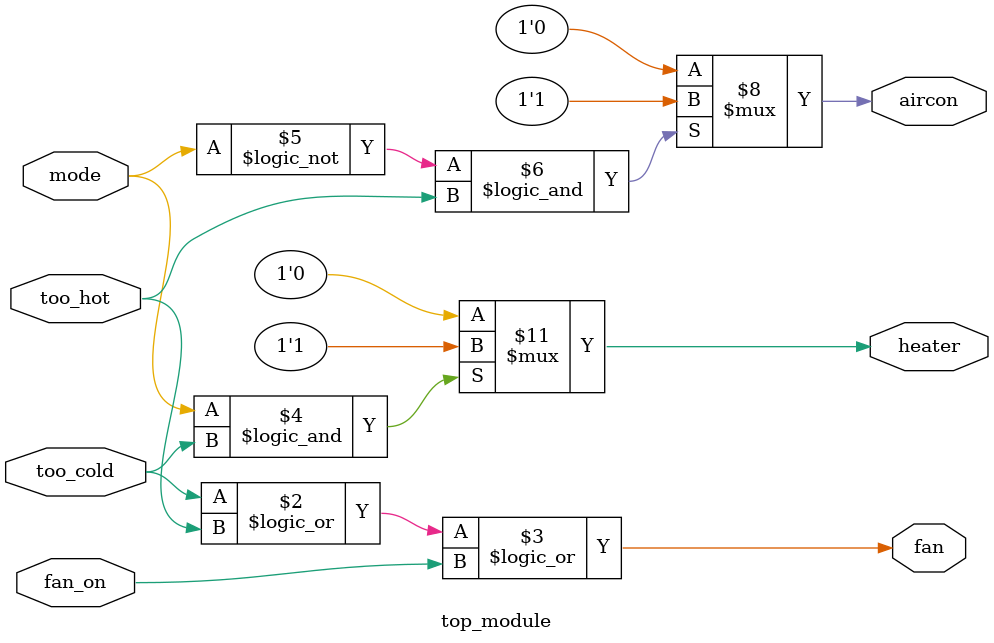
<source format=sv>
module top_module(
    input mode,
    input too_cold, 
    input too_hot,
    input fan_on,
    output reg heater,
    output reg aircon,
    output reg fan
);

always @(*) begin
    // Control the fan
    fan = (too_cold || too_hot || fan_on);
    
    // Control the heater
    if (mode && too_cold) begin
        heater = 1'b1;
    end else begin
        heater = 1'b0;
    end
    
    // Control the air conditioner
    if (!mode && too_hot) begin
        aircon = 1'b1;
    end else begin
        aircon = 1'b0;
    end
end

endmodule

</source>
